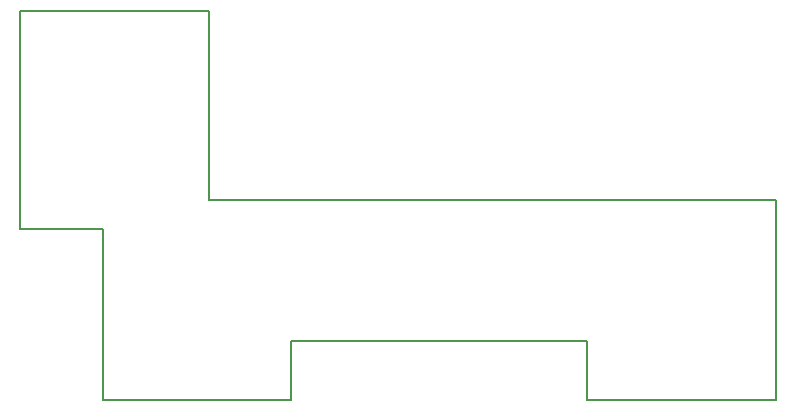
<source format=gbr>
%TF.GenerationSoftware,KiCad,Pcbnew,(6.0.7)*%
%TF.CreationDate,2022-09-26T14:07:28+03:00*%
%TF.ProjectId,202-combi-v0.2,3230322d-636f-46d6-9269-2d76302e322e,rev?*%
%TF.SameCoordinates,PX328b740PY3479d68*%
%TF.FileFunction,Other,User*%
%FSLAX46Y46*%
G04 Gerber Fmt 4.6, Leading zero omitted, Abs format (unit mm)*
G04 Created by KiCad (PCBNEW (6.0.7)) date 2022-09-26 14:07:28*
%MOMM*%
%LPD*%
G01*
G04 APERTURE LIST*
%ADD10C,0.150000*%
G04 APERTURE END LIST*
D10*
X23000000Y-32975000D02*
X23000000Y-27975000D01*
X16000000Y-15975000D02*
X64000000Y-15975000D01*
X0Y0D02*
X16000000Y0D01*
X7000000Y-32975000D02*
X7000000Y-18475000D01*
X7000000Y-18475000D02*
X0Y-18475000D01*
X48000000Y-32975000D02*
X64000000Y-32975000D01*
X0Y-18475000D02*
X0Y0D01*
X23000000Y-27975000D02*
X48000000Y-27975000D01*
X16000000Y-15975000D02*
X16000000Y0D01*
X64000000Y-32975000D02*
X64000000Y-15975000D01*
X7000000Y-32975000D02*
X23000000Y-32975000D01*
X48000000Y-27975000D02*
X48000000Y-32975000D01*
M02*

</source>
